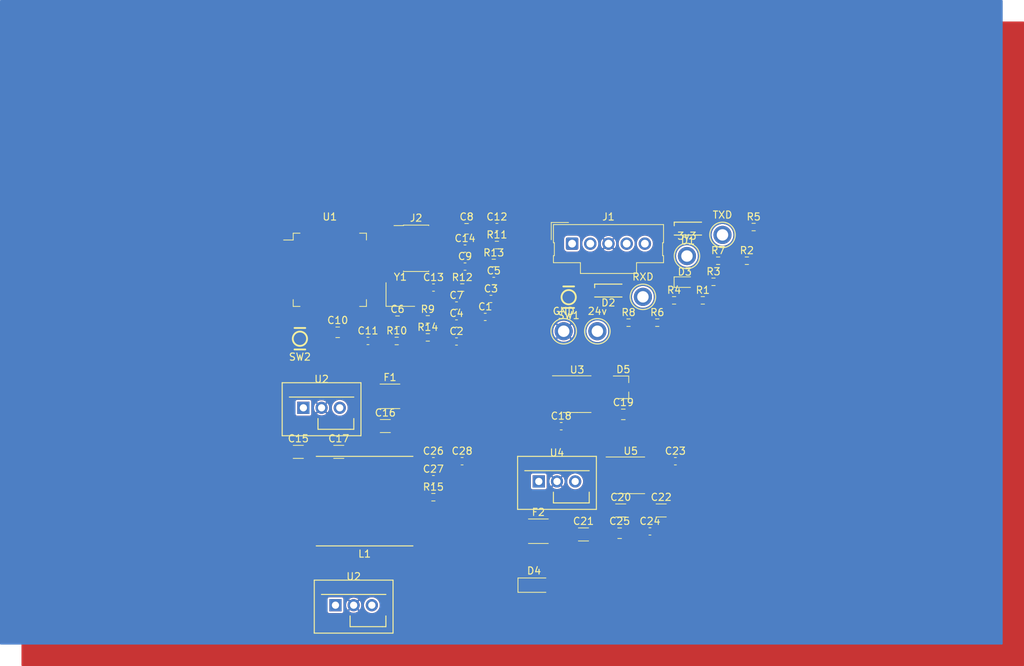
<source format=kicad_pcb>
(kicad_pcb (version 20171130) (host pcbnew "(5.1.10)-1")
  (layers (0 F.Cu signal) (1 In1.Cu power) (2 In2.Cu power) (31 B.Cu signal) (34 B.Paste user) (35 F.Paste user) (36 B.SilkS user) (37 F.SilkS user) (38 B.Mask user) (39 F.Mask user) (44 Edge.Cuts user))
  (net 0 "")
  (net 1 GND)
  (net 2 +3V3)
  (net 3 /Micro64/XTALOUT)
  (net 4 /Micro64/XTALIN)
  (net 5 /Micro64/~RESET~)
  (net 6 "Net-(D1-Pad2)")
  (net 7 "Net-(D1-Pad3)")
  (net 8 "Net-(D1-Pad4)")
  (net 9 "Net-(D2-Pad2)")
  (net 10 "Net-(D2-Pad3)")
  (net 11 "Net-(D2-Pad4)")
  (net 12 "Net-(D3-Pad1)")
  (net 13 /CAN/CanL)
  (net 14 /CAN/CanH)
  (net 15 +24V)
  (net 16 /Micro64/SWO)
  (net 17 /Micro64/SWCLK)
  (net 18 /Micro64/SWDIO)
  (net 19 /Micro64/ISP_0)
  (net 20 /Micro64/ISP_1)
  (net 21 /Micro64/PIO0_29/ACMP2_I3/SCT2_OUT4)
  (net 22 /Micro64/PIO0_28/ACMP1_I3)
  (net 23 /Micro64/PIO0_27/ACMP_I1)
  (net 24 /Micro64/PIO0_26/ACMP0_I3/SCT3_OUT3)
  (net 25 /Micro64/PIO0_25/ACMP0_I4)
  (net 26 /Micro64/PIO0_24/SCT0_OUT6)
  (net 27 /Micro64/PIO1_8/ACMP3_I3/SCT3_OUT4)
  (net 28 /Micro64/PIO1_7/ACMP3_I4)
  (net 29 /Micro64/PIO0_23/SDA)
  (net 30 /Micro64/PIO0_22/SCL)
  (net 31 /Micro64/USB_DM)
  (net 32 /Micro64/USB_DP)
  (net 33 /Micro64/PIO1_6/ACMP_I2)
  (net 34 /Micro64/RTCXOUT)
  (net 35 /Micro64/RTCXIN)
  (net 36 /Micro64/PIO0_17/WAKEUP/~TRST)
  (net 37 /Micro64/PIO0_15/ADC1_8)
  (net 38 /Micro64/PIO0_14/ADC1_7/SCT1_OUT5)
  (net 39 /Micro64/PIO0_13/ADC1_6)
  (net 40 /Micro64/PIO1_3/ADC1_5)
  (net 41 /Micro64/PIO1_2/ADC1_4)
  (net 42 /Micro64/PIO0_12/DAC_OUT)
  (net 43 /Micro64/PIO0_10/ADC1_2)
  (net 44 /Micro64/PIO0_18/SCT0_OUT5)
  (net 45 /Micro64/PIO0_9/ADC1_1/TDI)
  (net 46 /Micro64/PIO1_1/ADC1_0)
  (net 47 /Micro64/PIO0_8/ADC0_0/TDO)
  (net 48 /Micro64/PIO0_7/ADC0_1)
  (net 49 /Micro64/PIO0_6/ADC0_2/SCT2_OUT3)
  (net 50 /Micro64/PIO0_5/ADC0_3)
  (net 51 /Micro64/PIO0_4/ADC0_4)
  (net 52 /Micro64/PIO0_3/ADC0_5/SCT1_OUT4)
  (net 53 /Micro64/PIO0_2/ADC0_6/SCT1_OUT3)
  (net 54 /Micro64/PIO0_1/ADC0_7/SCT0_OUT4)
  (net 55 /Micro64/PIO1_0/ADC0_8)
  (net 56 /Micro64/PIO0_0/ADC0_10/SCT0_OUT3)
  (net 57 /Micro64/PIO0_30/ADC0_11)
  (net 58 "Net-(C15-Pad1)")
  (net 59 "Net-(J1-Pad1)")
  (net 60 "Net-(J2-Pad8)")
  (net 61 "Net-(J2-Pad7)")
  (net 62 /LED_RGB1_R)
  (net 63 /LED_RGB1_G)
  (net 64 /LED_RGB1_B)
  (net 65 /LED_RGB2_R)
  (net 66 /LED_RGB2_G)
  (net 67 /LED_RGB2_B)
  (net 68 /LED1)
  (net 69 /SW1)
  (net 70 "Net-(R12-Pad2)")
  (net 71 /CAN_TXD)
  (net 72 /CAN_RXD)
  (net 73 "Net-(U3-Pad5)")
  (net 74 "Net-(C20-Pad1)")
  (net 75 +5V)
  (net 76 "Net-(C24-Pad2)")
  (net 77 "Net-(C27-Pad2)")
  (net 78 +5VFiltered)
  (net 79 "Net-(Y1-Pad4)")
  (net 80 "Net-(Y1-Pad2)")
  (module Package_SO:SOIC-8_3.9x4.9mm_P1.27mm (layer F.Cu) (at 155.07 123.37)
    (fp_text reference U5 (at 0 -3.4) (layer F.SilkS))
    (fp_text value LT1763CS8-3.3)
    (pad 8 smd roundrect (at 2.475 -1.905) (size 1.95 0.6) (layers F.Cu F.Paste F.Mask) (net 75 +5V))
    (pad 7 smd roundrect (at 2.475 -0.635) (size 1.95 0.6) (layers F.Cu F.Paste F.Mask) (net 1 GND))
    (pad 6 smd roundrect (at 2.475 0.635) (size 1.95 0.6) (layers F.Cu F.Paste F.Mask) (net 1 GND))
    (pad 5 smd roundrect (at 2.475 1.905) (size 1.95 0.6) (layers F.Cu F.Paste F.Mask) (net 75 +5V))
    (pad 4 smd roundrect (at -2.475 1.905) (size 1.95 0.6) (layers F.Cu F.Paste F.Mask) (net 76 "Net-(C24-Pad2)"))
    (pad 3 smd roundrect (at -2.475 0.635) (size 1.95 0.6) (layers F.Cu F.Paste F.Mask) (net 1 GND))
    (pad 2 smd roundrect (at -2.475 -0.635) (size 1.95 0.6) (layers F.Cu F.Paste F.Mask) (net 2 +3V3))
    (pad 1 smd roundrect (at -2.475 -1.905) (size 1.95 0.6) (layers F.Cu F.Paste F.Mask) (net 2 +3V3))
  )
  (module layout:TI-SIP_3 (layer F.Cu) (at 144.77 124.22)
    (fp_text reference U4 (at 0 -4) (layer F.SilkS))
    (fp_text value TPSM84205)
    (pad 1 thru_hole rect (at -2.54 0) (size 1.71 1.71) (drill 1.01) (layers *.Cu *.Mask) (net 74 "Net-(C20-Pad1)"))
    (pad 2 thru_hole circle (at 0 0) (size 1.71 1.71) (drill 1.01) (layers *.Cu *.Mask) (net 1 GND))
    (pad 3 thru_hole circle (at 2.54 0) (size 1.71 1.71) (drill 1.01) (layers *.Cu *.Mask) (net 75 +5V))
  )
  (module layout:TI-SIP_3 (layer F.Cu) (at 116.38 141.5)
    (fp_text reference U2 (at 0 -4) (layer F.SilkS))
    (fp_text value TPSM84203)
    (pad 1 thru_hole rect (at -2.54 0) (size 1.71 1.71) (drill 1.01) (layers *.Cu *.Mask) (net 58 "Net-(C15-Pad1)"))
    (pad 2 thru_hole circle (at 0 0) (size 1.71 1.71) (drill 1.01) (layers *.Cu *.Mask) (net 1 GND))
    (pad 3 thru_hole circle (at 2.54 0) (size 1.71 1.71) (drill 1.01) (layers *.Cu *.Mask) (net 2 +3V3))
  )
  (module Resistor_SMD:R_0603_1608Metric (layer F.Cu) (at 127.51 126.42)
    (fp_text reference R15 (at 0 -1.43) (layer F.SilkS))
    (fp_text value 5)
    (pad 2 smd roundrect (at 0.825 0) (size 0.8 0.95) (layers F.Cu F.Paste F.Mask) (net 1 GND))
    (pad 1 smd roundrect (at -0.825 0) (size 0.8 0.95) (layers F.Cu F.Paste F.Mask) (net 77 "Net-(C27-Pad2)"))
  )
  (module layout:IND13.5mmx12.5mm (layer F.Cu) (at 117.904999 126.97)
    (fp_text reference L1 (at 0 7.366) (layer F.SilkS))
    (fp_text value 47u)
    (pad 2 smd rect (at 5.55 0) (size 3.1 5) (layers F.Cu F.Paste F.Mask) (net 78 +5VFiltered))
    (pad 1 smd rect (at -5.55 0) (size 3.1 5) (layers F.Cu F.Paste F.Mask) (net 75 +5V))
  )
  (module Fuse:Fuse_1812_4532Metric (layer F.Cu) (at 142.17 131.17)
    (fp_text reference F2 (at 0 -2.65) (layer F.SilkS))
    (fp_text value 0ZCG0050AF2C)
    (pad 2 smd roundrect (at 2.1375 0) (size 1.125 3.4) (layers F.Cu F.Paste F.Mask) (roundrect_rratio 0.222222) (net 74 "Net-(C20-Pad1)"))
    (pad 1 smd roundrect (at -2.1375 0) (size 1.125 3.4) (layers F.Cu F.Paste F.Mask) (roundrect_rratio 0.222222) (net 15 +24V))
  )
  (module Diode_SMD:D_SOD-123 (layer F.Cu) (at 141.57 138.7)
    (fp_text reference D4 (at 0 -2) (layer F.SilkS))
    (fp_text value 3.6V)
    (pad 2 smd rect (at 1.65 0) (size 0.9 1.2) (layers F.Cu F.Paste F.Mask) (net 1 GND))
    (pad 1 smd rect (at -1.65 0) (size 0.9 1.2) (layers F.Cu F.Paste F.Mask) (net 2 +3V3))
  )
  (module Capacitor_SMD:C_0603_1608Metric (layer F.Cu) (at 131.52 121.4)
    (fp_text reference C28 (at 0 -1.43) (layer F.SilkS))
    (fp_text value 1u)
    (pad 2 smd roundrect (at 0.775 0) (size 0.9 0.95) (layers F.Cu F.Paste F.Mask) (net 1 GND))
    (pad 1 smd roundrect (at -0.775 0) (size 0.9 0.95) (layers F.Cu F.Paste F.Mask) (net 78 +5VFiltered))
  )
  (module Capacitor_SMD:C_0603_1608Metric (layer F.Cu) (at 127.51 123.91)
    (fp_text reference C27 (at 0 -1.43) (layer F.SilkS))
    (fp_text value 2.2u)
    (pad 2 smd roundrect (at 0.775 0) (size 0.9 0.95) (layers F.Cu F.Paste F.Mask) (net 77 "Net-(C27-Pad2)"))
    (pad 1 smd roundrect (at -0.775 0) (size 0.9 0.95) (layers F.Cu F.Paste F.Mask) (net 78 +5VFiltered))
  )
  (module Capacitor_SMD:C_0603_1608Metric (layer F.Cu) (at 127.51 121.4)
    (fp_text reference C26 (at 0 -1.43) (layer F.SilkS))
    (fp_text value 1u)
    (pad 2 smd roundrect (at 0.775 0) (size 0.9 0.95) (layers F.Cu F.Paste F.Mask) (net 1 GND))
    (pad 1 smd roundrect (at -0.775 0) (size 0.9 0.95) (layers F.Cu F.Paste F.Mask) (net 75 +5V))
  )
  (module Capacitor_SMD:C_0805_2012Metric (layer F.Cu) (at 153.52 131.45)
    (fp_text reference C25 (at 0 -1.68) (layer F.SilkS))
    (fp_text value 10u)
    (pad 2 smd roundrect (at 0.95 0) (size 1 1.45) (layers F.Cu F.Paste F.Mask) (net 1 GND))
    (pad 1 smd roundrect (at -0.95 0) (size 1 1.45) (layers F.Cu F.Paste F.Mask) (net 2 +3V3))
  )
  (module Capacitor_SMD:C_0603_1608Metric (layer F.Cu) (at 157.75 131.2)
    (fp_text reference C24 (at 0 -1.43) (layer F.SilkS))
    (fp_text value 10n)
    (pad 2 smd roundrect (at 0.775 0) (size 0.9 0.95) (layers F.Cu F.Paste F.Mask) (net 76 "Net-(C24-Pad2)"))
    (pad 1 smd roundrect (at -0.775 0) (size 0.9 0.95) (layers F.Cu F.Paste F.Mask) (net 2 +3V3))
  )
  (module Capacitor_SMD:C_0603_1608Metric (layer F.Cu) (at 161.3 121.4)
    (fp_text reference C23 (at 0 -1.43) (layer F.SilkS))
    (fp_text value 1u)
    (pad 2 smd roundrect (at 0.775 0) (size 0.9 0.95) (layers F.Cu F.Paste F.Mask) (net 1 GND))
    (pad 1 smd roundrect (at -0.775 0) (size 0.9 0.95) (layers F.Cu F.Paste F.Mask) (net 75 +5V))
  )
  (module Capacitor_SMD:C_1206_3216Metric (layer F.Cu) (at 159.32 128.27)
    (fp_text reference C22 (at 0 -1.85) (layer F.SilkS))
    (fp_text value 47u)
    (pad 2 smd roundrect (at 1.475 0) (size 1.15 1.8) (layers F.Cu F.Paste F.Mask) (roundrect_rratio 0.217391) (net 1 GND))
    (pad 1 smd roundrect (at -1.475 0) (size 1.15 1.8) (layers F.Cu F.Paste F.Mask) (roundrect_rratio 0.217391) (net 75 +5V))
  )
  (module Capacitor_SMD:C_1206_3216Metric (layer F.Cu) (at 148.47 131.62)
    (fp_text reference C21 (at 0 -1.85) (layer F.SilkS))
    (fp_text value 47u)
    (pad 2 smd roundrect (at 1.475 0) (size 1.15 1.8) (layers F.Cu F.Paste F.Mask) (roundrect_rratio 0.217391) (net 1 GND))
    (pad 1 smd roundrect (at -1.475 0) (size 1.15 1.8) (layers F.Cu F.Paste F.Mask) (roundrect_rratio 0.217391) (net 75 +5V))
  )
  (module Capacitor_SMD:C_1206_3216Metric (layer F.Cu) (at 153.67 128.27)
    (fp_text reference C20 (at 0 -1.85) (layer F.SilkS))
    (fp_text value 10u)
    (pad 2 smd roundrect (at 1.475 0) (size 1.15 1.8) (layers F.Cu F.Paste F.Mask) (roundrect_rratio 0.217391) (net 1 GND))
    (pad 1 smd roundrect (at -1.475 0) (size 1.15 1.8) (layers F.Cu F.Paste F.Mask) (roundrect_rratio 0.217391) (net 74 "Net-(C20-Pad1)"))
  )
  (module Crystal:Crystal_SMD_TXC_7M-4Pin_3.2x2.5mm (layer F.Cu) (at 122.9 98.12)
    (fp_text reference Y1 (at 0 -2.45) (layer F.SilkS))
    (fp_text value 7V-12.000MAHE-T)
    (pad 4 smd rect (at -1.1 -0.85) (size 1.4 1.2) (layers F.Cu F.Paste F.Mask) (net 79 "Net-(Y1-Pad4)"))
    (pad 3 smd rect (at 1.1 -0.85) (size 1.4 1.2) (layers F.Cu F.Paste F.Mask) (net 4 /Micro64/XTALIN))
    (pad 2 smd rect (at 1.1 0.85) (size 1.4 1.2) (layers F.Cu F.Paste F.Mask) (net 80 "Net-(Y1-Pad2)"))
    (pad 1 smd rect (at -1.1 0.85) (size 1.4 1.2) (layers F.Cu F.Paste F.Mask) (net 3 /Micro64/XTALOUT))
  )
  (module Package_SO:SOIC-8_3.9x4.9mm_P1.27mm (layer F.Cu) (at 147.58 112.03)
    (fp_text reference U3 (at 0 -3.4) (layer F.SilkS))
    (fp_text value SN65HVD230)
    (pad 8 smd roundrect (at 2.475 -1.905) (size 1.95 0.6) (layers F.Cu F.Paste F.Mask) (net 1 GND))
    (pad 7 smd roundrect (at 2.475 -0.635) (size 1.95 0.6) (layers F.Cu F.Paste F.Mask) (net 14 /CAN/CanH))
    (pad 6 smd roundrect (at 2.475 0.635) (size 1.95 0.6) (layers F.Cu F.Paste F.Mask) (net 13 /CAN/CanL))
    (pad 5 smd roundrect (at 2.475 1.905) (size 1.95 0.6) (layers F.Cu F.Paste F.Mask) (net 73 "Net-(U3-Pad5)"))
    (pad 4 smd roundrect (at -2.475 1.905) (size 1.95 0.6) (layers F.Cu F.Paste F.Mask) (net 72 /CAN_RXD))
    (pad 3 smd roundrect (at -2.475 0.635) (size 1.95 0.6) (layers F.Cu F.Paste F.Mask) (net 2 +3V3))
    (pad 2 smd roundrect (at -2.475 -0.635) (size 1.95 0.6) (layers F.Cu F.Paste F.Mask) (net 1 GND))
    (pad 1 smd roundrect (at -2.475 -1.905) (size 1.95 0.6) (layers F.Cu F.Paste F.Mask) (net 71 /CAN_TXD))
  )
  (module layout:TI-SIP_3 (layer F.Cu) (at 111.9 113.94)
    (fp_text reference U2 (at 0 -4) (layer F.SilkS))
    (fp_text value TPSM84203)
    (pad 1 thru_hole rect (at -2.54 0) (size 1.71 1.71) (drill 1.01) (layers *.Cu *.Mask) (net 58 "Net-(C15-Pad1)"))
    (pad 2 thru_hole circle (at 0 0) (size 1.71 1.71) (drill 1.01) (layers *.Cu *.Mask) (net 1 GND))
    (pad 3 thru_hole circle (at 2.54 0) (size 1.71 1.71) (drill 1.01) (layers *.Cu *.Mask) (net 2 +3V3))
  )
  (module Package_QFP:LQFP-64_10x10mm_P0.5mm (layer F.Cu) (at 113.05 94.67)
    (fp_text reference U1 (at 0 -7.4) (layer F.SilkS))
    (fp_text value LPC1549JDB64)
    (pad 64 smd roundrect (at -3.75 -5.675) (size 0.3 1.55) (layers F.Cu F.Paste F.Mask) (net 21 /Micro64/PIO0_29/ACMP2_I3/SCT2_OUT4))
    (pad 63 smd roundrect (at -3.25 -5.675) (size 0.3 1.55) (layers F.Cu F.Paste F.Mask) (net 22 /Micro64/PIO0_28/ACMP1_I3))
    (pad 62 smd roundrect (at -2.75 -5.675) (size 0.3 1.55) (layers F.Cu F.Paste F.Mask) (net 23 /Micro64/PIO0_27/ACMP_I1))
    (pad 61 smd roundrect (at -2.25 -5.675) (size 0.3 1.55) (layers F.Cu F.Paste F.Mask) (net 24 /Micro64/PIO0_26/ACMP0_I3/SCT3_OUT3))
    (pad 60 smd roundrect (at -1.75 -5.675) (size 0.3 1.55) (layers F.Cu F.Paste F.Mask) (net 25 /Micro64/PIO0_25/ACMP0_I4))
    (pad 59 smd roundrect (at -1.25 -5.675) (size 0.3 1.55) (layers F.Cu F.Paste F.Mask) (net 16 /Micro64/SWO))
    (pad 58 smd roundrect (at -0.75 -5.675) (size 0.3 1.55) (layers F.Cu F.Paste F.Mask) (net 26 /Micro64/PIO0_24/SCT0_OUT6))
    (pad 57 smd roundrect (at -0.25 -5.675) (size 0.3 1.55) (layers F.Cu F.Paste F.Mask) (net 2 +3V3))
    (pad 56 smd roundrect (at 0.25 -5.675) (size 0.3 1.55) (layers F.Cu F.Paste F.Mask) (net 1 GND))
    (pad 55 smd roundrect (at 0.75 -5.675) (size 0.3 1.55) (layers F.Cu F.Paste F.Mask) (net 1 GND))
    (pad 54 smd roundrect (at 1.25 -5.675) (size 0.3 1.55) (layers F.Cu F.Paste F.Mask) (net 19 /Micro64/ISP_0))
    (pad 53 smd roundrect (at 1.75 -5.675) (size 0.3 1.55) (layers F.Cu F.Paste F.Mask) (net 27 /Micro64/PIO1_8/ACMP3_I3/SCT3_OUT4))
    (pad 52 smd roundrect (at 2.25 -5.675) (size 0.3 1.55) (layers F.Cu F.Paste F.Mask) (net 2 +3V3))
    (pad 51 smd roundrect (at 2.75 -5.675) (size 0.3 1.55) (layers F.Cu F.Paste F.Mask) (net 28 /Micro64/PIO1_7/ACMP3_I4))
    (pad 50 smd roundrect (at 3.25 -5.675) (size 0.3 1.55) (layers F.Cu F.Paste F.Mask) (net 29 /Micro64/PIO0_23/SDA))
    (pad 49 smd roundrect (at 3.75 -5.675) (size 0.3 1.55) (layers F.Cu F.Paste F.Mask) (net 30 /Micro64/PIO0_22/SCL))
    (pad 48 smd roundrect (at 5.675 -3.75) (size 1.55 0.3) (layers F.Cu F.Paste F.Mask) (net 31 /Micro64/USB_DM))
    (pad 47 smd roundrect (at 5.675 -3.25) (size 1.55 0.3) (layers F.Cu F.Paste F.Mask) (net 32 /Micro64/USB_DP))
    (pad 46 smd roundrect (at 5.675 -2.75) (size 1.55 0.3) (layers F.Cu F.Paste F.Mask) (net 33 /Micro64/PIO1_6/ACMP_I2))
    (pad 45 smd roundrect (at 5.675 -2.25) (size 1.55 0.3) (layers F.Cu F.Paste F.Mask) (net 5 /Micro64/~RESET~))
    (pad 44 smd roundrect (at 5.675 -1.75) (size 1.55 0.3) (layers F.Cu F.Paste F.Mask) (net 18 /Micro64/SWDIO))
    (pad 43 smd roundrect (at 5.675 -1.25) (size 1.55 0.3) (layers F.Cu F.Paste F.Mask) (net 34 /Micro64/RTCXOUT))
    (pad 42 smd roundrect (at 5.675 -0.75) (size 1.55 0.3) (layers F.Cu F.Paste F.Mask) (net 35 /Micro64/RTCXIN))
    (pad 41 smd roundrect (at 5.675 -0.25) (size 1.55 0.3) (layers F.Cu F.Paste F.Mask) (net 2 +3V3))
    (pad 40 smd roundrect (at 5.675 0.25) (size 1.55 0.3) (layers F.Cu F.Paste F.Mask) (net 17 /Micro64/SWCLK))
    (pad 39 smd roundrect (at 5.675 0.75) (size 1.55 0.3) (layers F.Cu F.Paste F.Mask) (net 36 /Micro64/PIO0_17/WAKEUP/~TRST))
    (pad 38 smd roundrect (at 5.675 1.25) (size 1.55 0.3) (layers F.Cu F.Paste F.Mask) (net 20 /Micro64/ISP_1))
    (pad 37 smd roundrect (at 5.675 1.75) (size 1.55 0.3) (layers F.Cu F.Paste F.Mask) (net 2 +3V3))
    (pad 36 smd roundrect (at 5.675 2.25) (size 1.55 0.3) (layers F.Cu F.Paste F.Mask) (net 4 /Micro64/XTALIN))
    (pad 35 smd roundrect (at 5.675 2.75) (size 1.55 0.3) (layers F.Cu F.Paste F.Mask) (net 3 /Micro64/XTALOUT))
    (pad 34 smd roundrect (at 5.675 3.25) (size 1.55 0.3) (layers F.Cu F.Paste F.Mask) (net 64 /LED_RGB1_B))
    (pad 33 smd roundrect (at 5.675 3.75) (size 1.55 0.3) (layers F.Cu F.Paste F.Mask) (net 63 /LED_RGB1_G))
    (pad 32 smd roundrect (at 3.75 5.675) (size 0.3 1.55) (layers F.Cu F.Paste F.Mask) (net 62 /LED_RGB1_R))
    (pad 31 smd roundrect (at 3.25 5.675) (size 0.3 1.55) (layers F.Cu F.Paste F.Mask) (net 37 /Micro64/PIO0_15/ADC1_8))
    (pad 30 smd roundrect (at 2.75 5.675) (size 0.3 1.55) (layers F.Cu F.Paste F.Mask) (net 38 /Micro64/PIO0_14/ADC1_7/SCT1_OUT5))
    (pad 29 smd roundrect (at 2.25 5.675) (size 0.3 1.55) (layers F.Cu F.Paste F.Mask) (net 39 /Micro64/PIO0_13/ADC1_6))
    (pad 28 smd roundrect (at 1.75 5.675) (size 0.3 1.55) (layers F.Cu F.Paste F.Mask) (net 40 /Micro64/PIO1_3/ADC1_5))
    (pad 27 smd roundrect (at 1.25 5.675) (size 0.3 1.55) (layers F.Cu F.Paste F.Mask) (net 1 GND))
    (pad 26 smd roundrect (at 0.75 5.675) (size 0.3 1.55) (layers F.Cu F.Paste F.Mask) (net 1 GND))
    (pad 25 smd roundrect (at 0.25 5.675) (size 0.3 1.55) (layers F.Cu F.Paste F.Mask) (net 41 /Micro64/PIO1_2/ADC1_4))
    (pad 24 smd roundrect (at -0.25 5.675) (size 0.3 1.55) (layers F.Cu F.Paste F.Mask) (net 42 /Micro64/PIO0_12/DAC_OUT))
    (pad 23 smd roundrect (at -0.75 5.675) (size 0.3 1.55) (layers F.Cu F.Paste F.Mask) (net 72 /CAN_RXD))
    (pad 22 smd roundrect (at -1.25 5.675) (size 0.3 1.55) (layers F.Cu F.Paste F.Mask) (net 2 +3V3))
    (pad 21 smd roundrect (at -1.75 5.675) (size 0.3 1.55) (layers F.Cu F.Paste F.Mask) (net 1 GND))
    (pad 20 smd roundrect (at -2.25 5.675) (size 0.3 1.55) (layers F.Cu F.Paste F.Mask) (net 2 +3V3))
    (pad 19 smd roundrect (at -2.75 5.675) (size 0.3 1.55) (layers F.Cu F.Paste F.Mask) (net 43 /Micro64/PIO0_10/ADC1_2))
    (pad 18 smd roundrect (at -3.25 5.675) (size 0.3 1.55) (layers F.Cu F.Paste F.Mask) (net 2 +3V3))
    (pad 17 smd roundrect (at -3.75 5.675) (size 0.3 1.55) (layers F.Cu F.Paste F.Mask) (net 44 /Micro64/PIO0_18/SCT0_OUT5))
    (pad 16 smd roundrect (at -5.675 3.75) (size 1.55 0.3) (layers F.Cu F.Paste F.Mask) (net 45 /Micro64/PIO0_9/ADC1_1/TDI))
    (pad 15 smd roundrect (at -5.675 3.25) (size 1.55 0.3) (layers F.Cu F.Paste F.Mask) (net 46 /Micro64/PIO1_1/ADC1_0))
    (pad 14 smd roundrect (at -5.675 2.75) (size 1.55 0.3) (layers F.Cu F.Paste F.Mask) (net 1 GND))
    (pad 13 smd roundrect (at -5.675 2.25) (size 1.55 0.3) (layers F.Cu F.Paste F.Mask) (net 2 +3V3))
    (pad 12 smd roundrect (at -5.675 1.75) (size 1.55 0.3) (layers F.Cu F.Paste F.Mask) (net 47 /Micro64/PIO0_8/ADC0_0/TDO))
    (pad 11 smd roundrect (at -5.675 1.25) (size 1.55 0.3) (layers F.Cu F.Paste F.Mask) (net 48 /Micro64/PIO0_7/ADC0_1))
    (pad 10 smd roundrect (at -5.675 0.75) (size 1.55 0.3) (layers F.Cu F.Paste F.Mask) (net 49 /Micro64/PIO0_6/ADC0_2/SCT2_OUT3))
    (pad 9 smd roundrect (at -5.675 0.25) (size 1.55 0.3) (layers F.Cu F.Paste F.Mask) (net 50 /Micro64/PIO0_5/ADC0_3))
    (pad 8 smd roundrect (at -5.675 -0.25) (size 1.55 0.3) (layers F.Cu F.Paste F.Mask) (net 51 /Micro64/PIO0_4/ADC0_4))
    (pad 7 smd roundrect (at -5.675 -0.75) (size 1.55 0.3) (layers F.Cu F.Paste F.Mask) (net 52 /Micro64/PIO0_3/ADC0_5/SCT1_OUT4))
    (pad 6 smd roundrect (at -5.675 -1.25) (size 1.55 0.3) (layers F.Cu F.Paste F.Mask) (net 53 /Micro64/PIO0_2/ADC0_6/SCT1_OUT3))
    (pad 5 smd roundrect (at -5.675 -1.75) (size 1.55 0.3) (layers F.Cu F.Paste F.Mask) (net 54 /Micro64/PIO0_1/ADC0_7/SCT0_OUT4))
    (pad 4 smd roundrect (at -5.675 -2.25) (size 1.55 0.3) (layers F.Cu F.Paste F.Mask) (net 55 /Micro64/PIO1_0/ADC0_8))
    (pad 3 smd roundrect (at -5.675 -2.75) (size 1.55 0.3) (layers F.Cu F.Paste F.Mask) (net 71 /CAN_TXD))
    (pad 2 smd roundrect (at -5.675 -3.25) (size 1.55 0.3) (layers F.Cu F.Paste F.Mask) (net 56 /Micro64/PIO0_0/ADC0_10/SCT0_OUT3))
    (pad 1 smd roundrect (at -5.675 -3.75) (size 1.55 0.3) (layers F.Cu F.Paste F.Mask) (net 57 /Micro64/PIO0_30/ADC0_11))
  )
  (module layout:1.6MM_TestPoint (layer F.Cu) (at 145.708 103.248)
    (fp_text reference TP5 hide)
    (fp_text value GND (at 0 -2.794) (layer F.SilkS))
    (pad 1 thru_hole circle (at 0 0) (size 2.54 2.54) (drill 1.6002) (layers *.Cu *.Mask) (net 1 GND))
  )
  (module layout:1.6MM_TestPoint (layer F.Cu) (at 162.918 92.748)
    (fp_text reference TP4 hide)
    (fp_text value 3v3 (at 0 -2.794) (layer F.SilkS))
    (pad 1 thru_hole circle (at 0 0) (size 2.54 2.54) (drill 1.6002) (layers *.Cu *.Mask) (net 2 +3V3))
  )
  (module layout:1.6MM_TestPoint (layer F.Cu) (at 150.408 103.248)
    (fp_text reference TP3 hide)
    (fp_text value 24v (at 0 -2.794) (layer F.SilkS))
    (pad 1 thru_hole circle (at 0 0) (size 2.54 2.54) (drill 1.6002) (layers *.Cu *.Mask) (net 15 +24V))
  )
  (module layout:1.6MM_TestPoint (layer F.Cu) (at 156.768 98.448)
    (fp_text reference TP2 hide)
    (fp_text value RXD (at 0 -2.794) (layer F.SilkS))
    (pad 1 thru_hole circle (at 0 0) (size 2.54 2.54) (drill 1.6002) (layers *.Cu *.Mask) (net 72 /CAN_RXD))
  )
  (module layout:1.6MM_TestPoint (layer F.Cu) (at 167.878 89.798)
    (fp_text reference TP1 hide)
    (fp_text value TXD (at 0 -2.794) (layer F.SilkS))
    (pad 1 thru_hole circle (at 0 0) (size 2.54 2.54) (drill 1.6002) (layers *.Cu *.Mask) (net 71 /CAN_TXD))
  )
  (module layout:PTS820 (layer F.Cu) (at 108.874999 104.294999)
    (fp_text reference SW2 (at 0 2.54) (layer F.SilkS))
    (fp_text value PTS820)
    (pad 4 smd rect (at 1.575 -1.525) (size 1.15 0.75) (layers F.Cu F.Paste F.Mask))
    (pad 3 smd rect (at -1.575 -1.525) (size 1.15 0.75) (layers F.Cu F.Paste F.Mask))
    (pad 5 smd rect (at -1.575 1.525) (size 1.15 0.75) (layers F.Cu F.Paste F.Mask))
    (pad 6 smd rect (at 1.575 1.525) (size 1.15 0.75) (layers F.Cu F.Paste F.Mask))
    (pad 2 smd rect (at 2.075 0) (size 0.95 1.4) (layers F.Cu F.Paste F.Mask) (net 70 "Net-(R12-Pad2)"))
    (pad 1 smd rect (at -2.075 0) (size 0.95 1.4) (layers F.Cu F.Paste F.Mask) (net 1 GND))
  )
  (module layout:PTS820 (layer F.Cu) (at 146.404999 98.494999)
    (fp_text reference SW1 (at 0 2.54) (layer F.SilkS))
    (fp_text value PTS820)
    (pad 4 smd rect (at 1.575 -1.525) (size 1.15 0.75) (layers F.Cu F.Paste F.Mask))
    (pad 3 smd rect (at -1.575 -1.525) (size 1.15 0.75) (layers F.Cu F.Paste F.Mask))
    (pad 5 smd rect (at -1.575 1.525) (size 1.15 0.75) (layers F.Cu F.Paste F.Mask))
    (pad 6 smd rect (at 1.575 1.525) (size 1.15 0.75) (layers F.Cu F.Paste F.Mask))
    (pad 2 smd rect (at 2.075 0) (size 0.95 1.4) (layers F.Cu F.Paste F.Mask) (net 1 GND))
    (pad 1 smd rect (at -2.075 0) (size 0.95 1.4) (layers F.Cu F.Paste F.Mask) (net 69 /SW1))
  )
  (module Resistor_SMD:R_0603_1608Metric (layer F.Cu) (at 126.73 104.11)
    (fp_text reference R14 (at 0 -1.43) (layer F.SilkS))
    (fp_text value 100K)
    (pad 2 smd roundrect (at 0.825 0) (size 0.8 0.95) (layers F.Cu F.Paste F.Mask) (net 18 /Micro64/SWDIO))
    (pad 1 smd roundrect (at -0.825 0) (size 0.8 0.95) (layers F.Cu F.Paste F.Mask) (net 2 +3V3))
  )
  (module Resistor_SMD:R_0603_1608Metric (layer F.Cu) (at 135.94 93.72)
    (fp_text reference R13 (at 0 -1.43) (layer F.SilkS))
    (fp_text value 100K)
    (pad 2 smd roundrect (at 0.825 0) (size 0.8 0.95) (layers F.Cu F.Paste F.Mask) (net 17 /Micro64/SWCLK))
    (pad 1 smd roundrect (at -0.825 0) (size 0.8 0.95) (layers F.Cu F.Paste F.Mask) (net 1 GND))
  )
  (module Resistor_SMD:R_0603_1608Metric (layer F.Cu) (at 131.54 97.15)
    (fp_text reference R12 (at 0 -1.43) (layer F.SilkS))
    (fp_text value 1K)
    (pad 2 smd roundrect (at 0.825 0) (size 0.8 0.95) (layers F.Cu F.Paste F.Mask) (net 70 "Net-(R12-Pad2)"))
    (pad 1 smd roundrect (at -0.825 0) (size 0.8 0.95) (layers F.Cu F.Paste F.Mask) (net 5 /Micro64/~RESET~))
  )
  (module Resistor_SMD:R_0603_1608Metric (layer F.Cu) (at 136.38 91.21)
    (fp_text reference R11 (at 0 -1.43) (layer F.SilkS))
    (fp_text value 100K)
    (pad 2 smd roundrect (at 0.825 0) (size 0.8 0.95) (layers F.Cu F.Paste F.Mask) (net 5 /Micro64/~RESET~))
    (pad 1 smd roundrect (at -0.825 0) (size 0.8 0.95) (layers F.Cu F.Paste F.Mask) (net 2 +3V3))
  )
  (module Resistor_SMD:R_0603_1608Metric (layer F.Cu) (at 122.39 104.61)
    (fp_text reference R10 (at 0 -1.43) (layer F.SilkS))
    (fp_text value 100K)
    (pad 2 smd roundrect (at 0.825 0) (size 0.8 0.95) (layers F.Cu F.Paste F.Mask) (net 20 /Micro64/ISP_1))
    (pad 1 smd roundrect (at -0.825 0) (size 0.8 0.95) (layers F.Cu F.Paste F.Mask) (net 2 +3V3))
  )
  (module Resistor_SMD:R_0603_1608Metric (layer F.Cu) (at 126.73 101.6)
    (fp_text reference R9 (at 0 -1.43) (layer F.SilkS))
    (fp_text value 100K)
    (pad 2 smd roundrect (at 0.825 0) (size 0.8 0.95) (layers F.Cu F.Paste F.Mask) (net 2 +3V3))
    (pad 1 smd roundrect (at -0.825 0) (size 0.8 0.95) (layers F.Cu F.Paste F.Mask) (net 19 /Micro64/ISP_0))
  )
  (module Resistor_SMD:R_0603_1608Metric (layer F.Cu) (at 154.76 102.05)
    (fp_text reference R8 (at 0 -1.43) (layer F.SilkS))
    (fp_text value 100k)
    (pad 2 smd roundrect (at 0.825 0) (size 0.8 0.95) (layers F.Cu F.Paste F.Mask) (net 2 +3V3))
    (pad 1 smd roundrect (at -0.825 0) (size 0.8 0.95) (layers F.Cu F.Paste F.Mask) (net 69 /SW1))
  )
  (module Resistor_SMD:R_0603_1608Metric (layer F.Cu) (at 167.27 93.4)
    (fp_text reference R7 (at 0 -1.43) (layer F.SilkS))
    (fp_text value 1k)
    (pad 2 smd roundrect (at 0.825 0) (size 0.8 0.95) (layers F.Cu F.Paste F.Mask) (net 68 /LED1))
    (pad 1 smd roundrect (at -0.825 0) (size 0.8 0.95) (layers F.Cu F.Paste F.Mask) (net 12 "Net-(D3-Pad1)"))
  )
  (module Resistor_SMD:R_0603_1608Metric (layer F.Cu) (at 158.77 102.05)
    (fp_text reference R6 (at 0 -1.43) (layer F.SilkS))
    (fp_text value 1k)
    (pad 2 smd roundrect (at 0.825 0) (size 0.8 0.95) (layers F.Cu F.Paste F.Mask) (net 67 /LED_RGB2_B))
    (pad 1 smd roundrect (at -0.825 0) (size 0.8 0.95) (layers F.Cu F.Paste F.Mask) (net 9 "Net-(D2-Pad2)"))
  )
  (module Resistor_SMD:R_0603_1608Metric (layer F.Cu) (at 172.23 88.7)
    (fp_text reference R5 (at 0 -1.43) (layer F.SilkS))
    (fp_text value 1k)
    (pad 2 smd roundrect (at 0.825 0) (size 0.8 0.95) (layers F.Cu F.Paste F.Mask) (net 66 /LED_RGB2_G))
    (pad 1 smd roundrect (at -0.825 0) (size 0.8 0.95) (layers F.Cu F.Paste F.Mask) (net 10 "Net-(D2-Pad3)"))
  )
  (module Resistor_SMD:R_0603_1608Metric (layer F.Cu) (at 161.12 98.94)
    (fp_text reference R4 (at 0 -1.43) (layer F.SilkS))
    (fp_text value 1k)
    (pad 2 smd roundrect (at 0.825 0) (size 0.8 0.95) (layers F.Cu F.Paste F.Mask) (net 65 /LED_RGB2_R))
    (pad 1 smd roundrect (at -0.825 0) (size 0.8 0.95) (layers F.Cu F.Paste F.Mask) (net 11 "Net-(D2-Pad4)"))
  )
  (module Resistor_SMD:R_0603_1608Metric (layer F.Cu) (at 166.62 96.35)
    (fp_text reference R3 (at 0 -1.43) (layer F.SilkS))
    (fp_text value 1k)
    (pad 2 smd roundrect (at 0.825 0) (size 0.8 0.95) (layers F.Cu F.Paste F.Mask) (net 64 /LED_RGB1_B))
    (pad 1 smd roundrect (at -0.825 0) (size 0.8 0.95) (layers F.Cu F.Paste F.Mask) (net 6 "Net-(D1-Pad2)"))
  )
  (module Resistor_SMD:R_0603_1608Metric (layer F.Cu) (at 171.28 93.4)
    (fp_text reference R2 (at 0 -1.43) (layer F.SilkS))
    (fp_text value 1k)
    (pad 2 smd roundrect (at 0.825 0) (size 0.8 0.95) (layers F.Cu F.Paste F.Mask) (net 63 /LED_RGB1_G))
    (pad 1 smd roundrect (at -0.825 0) (size 0.8 0.95) (layers F.Cu F.Paste F.Mask) (net 7 "Net-(D1-Pad3)"))
  )
  (module Resistor_SMD:R_0603_1608Metric (layer F.Cu) (at 165.13 98.94)
    (fp_text reference R1 (at 0 -1.43) (layer F.SilkS))
    (fp_text value 1k)
    (pad 2 smd roundrect (at 0.825 0) (size 0.8 0.95) (layers F.Cu F.Paste F.Mask) (net 62 /LED_RGB1_R))
    (pad 1 smd roundrect (at -0.825 0) (size 0.8 0.95) (layers F.Cu F.Paste F.Mask) (net 8 "Net-(D1-Pad4)"))
  )
  (module Connector_PinHeader_1.27mm:PinHeader_2x05_P1.27mm_Vertical_SMD (layer F.Cu) (at 125.1 91.67)
    (fp_text reference J2 (at 0 -4.235) (layer F.SilkS))
    (fp_text value SWD)
    (pad 10 smd rect (at 1.95 2.54) (size 2.4 0.74) (layers F.Cu F.Paste F.Mask) (net 5 /Micro64/~RESET~))
    (pad 9 smd rect (at -1.95 2.54) (size 2.4 0.74) (layers F.Cu F.Paste F.Mask) (net 1 GND))
    (pad 8 smd rect (at 1.95 1.27) (size 2.4 0.74) (layers F.Cu F.Paste F.Mask) (net 60 "Net-(J2-Pad8)"))
    (pad 7 smd rect (at -1.95 1.27) (size 2.4 0.74) (layers F.Cu F.Paste F.Mask) (net 61 "Net-(J2-Pad7)"))
    (pad 6 smd rect (at 1.95 0) (size 2.4 0.74) (layers F.Cu F.Paste F.Mask) (net 16 /Micro64/SWO))
    (pad 5 smd rect (at -1.95 0) (size 2.4 0.74) (layers F.Cu F.Paste F.Mask) (net 1 GND))
    (pad 4 smd rect (at 1.95 -1.27) (size 2.4 0.74) (layers F.Cu F.Paste F.Mask) (net 17 /Micro64/SWCLK))
    (pad 3 smd rect (at -1.95 -1.27) (size 2.4 0.74) (layers F.Cu F.Paste F.Mask) (net 1 GND))
    (pad 2 smd rect (at 1.95 -2.54) (size 2.4 0.74) (layers F.Cu F.Paste F.Mask) (net 18 /Micro64/SWDIO))
    (pad 1 smd rect (at -1.95 -2.54) (size 2.4 0.74) (layers F.Cu F.Paste F.Mask) (net 2 +3V3))
  )
  (module Connector_Molex:Molex_SL_171971-0005_1x05_P2.54mm_Vertical (layer F.Cu) (at 146.88 91.02)
    (fp_text reference J1 (at 5.08 -3.75) (layer F.SilkS))
    (fp_text value CAN)
    (pad 5 thru_hole circle (at 10.16 0) (size 1.74 1.74) (drill 1.09) (layers *.Cu *.Mask) (net 13 /CAN/CanL))
    (pad 4 thru_hole circle (at 7.62 0) (size 1.74 1.74) (drill 1.09) (layers *.Cu *.Mask) (net 14 /CAN/CanH))
    (pad 3 thru_hole circle (at 5.08 0) (size 1.74 1.74) (drill 1.09) (layers *.Cu *.Mask) (net 1 GND))
    (pad 2 thru_hole circle (at 2.54 0) (size 1.74 1.74) (drill 1.09) (layers *.Cu *.Mask) (net 15 +24V))
    (pad 1 thru_hole roundrect (at 0 0) (size 1.74 1.74) (drill 1.09) (layers *.Cu *.Mask) (roundrect_rratio 0.143678) (net 59 "Net-(J1-Pad1)"))
  )
  (module Fuse:Fuse_1812_4532Metric (layer F.Cu) (at 121.45 112.34)
    (fp_text reference F1 (at 0 -2.65) (layer F.SilkS))
    (fp_text value 0ZCG0050AF2C)
    (pad 2 smd roundrect (at 2.1375 0) (size 1.125 3.4) (layers F.Cu F.Paste F.Mask) (roundrect_rratio 0.222222) (net 15 +24V))
    (pad 1 smd roundrect (at -2.1375 0) (size 1.125 3.4) (layers F.Cu F.Paste F.Mask) (roundrect_rratio 0.222222) (net 58 "Net-(C15-Pad1)"))
  )
  (module Package_TO_SOT_SMD:SOT-23 (layer F.Cu) (at 154.03 111.08)
    (fp_text reference D5 (at 0 -2.5) (layer F.SilkS))
    (fp_text value PESD1CAN)
    (pad 3 smd rect (at 1 0) (size 0.9 0.8) (layers F.Cu F.Paste F.Mask) (net 1 GND))
    (pad 2 smd rect (at -1 0.95) (size 0.9 0.8) (layers F.Cu F.Paste F.Mask) (net 13 /CAN/CanL))
    (pad 1 smd rect (at -1 -0.95) (size 0.9 0.8) (layers F.Cu F.Paste F.Mask) (net 14 /CAN/CanH))
  )
  (module LED_SMD:LED_0603_1608Metric (layer F.Cu) (at 162.61 96.39)
    (fp_text reference D3 (at 0 -1.43) (layer F.SilkS))
    (fp_text value LED)
    (pad 2 smd roundrect (at 0.7875 0) (size 0.875 0.95) (layers F.Cu F.Paste F.Mask) (net 2 +3V3))
    (pad 1 smd roundrect (at -0.7875 0) (size 0.875 0.95) (layers F.Cu F.Paste F.Mask) (net 12 "Net-(D3-Pad1)"))
  )
  (module layout:LED_RGB_0606 (layer F.Cu) (at 151.938 97.57)
    (fp_text reference D2 (at 0 1.7) (layer F.SilkS))
    (fp_text value LED_ABGR)
    (pad 1 smd rect (at -1.054 -0.45) (size 1.308 0.5) (layers F.Cu F.Paste F.Mask) (net 2 +3V3))
    (pad 2 smd rect (at -1.054 0.45) (size 1.308 0.5) (layers F.Cu F.Paste F.Mask) (net 9 "Net-(D2-Pad2)"))
    (pad 3 smd rect (at 1.054 0.45) (size 1.308 0.5) (layers F.Cu F.Paste F.Mask) (net 10 "Net-(D2-Pad3)"))
    (pad 4 smd rect (at 1.054 -0.45) (size 1.308 0.5) (layers F.Cu F.Paste F.Mask) (net 11 "Net-(D2-Pad4)"))
  )
  (module layout:LED_RGB_0606 (layer F.Cu) (at 163.048 88.92)
    (fp_text reference D1 (at 0 1.7) (layer F.SilkS))
    (fp_text value LED_ABGR)
    (pad 1 smd rect (at -1.054 -0.45) (size 1.308 0.5) (layers F.Cu F.Paste F.Mask) (net 2 +3V3))
    (pad 2 smd rect (at -1.054 0.45) (size 1.308 0.5) (layers F.Cu F.Paste F.Mask) (net 6 "Net-(D1-Pad2)"))
    (pad 3 smd rect (at 1.054 0.45) (size 1.308 0.5) (layers F.Cu F.Paste F.Mask) (net 7 "Net-(D1-Pad3)"))
    (pad 4 smd rect (at 1.054 -0.45) (size 1.308 0.5) (layers F.Cu F.Paste F.Mask) (net 8 "Net-(D1-Pad4)"))
  )
  (module Capacitor_SMD:C_0805_2012Metric (layer F.Cu) (at 154.03 114.86)
    (fp_text reference C19 (at 0 -1.68) (layer F.SilkS))
    (fp_text value DNP)
    (pad 2 smd roundrect (at 0.95 0) (size 1 1.45) (layers F.Cu F.Paste F.Mask) (net 1 GND))
    (pad 1 smd roundrect (at -0.95 0) (size 1 1.45) (layers F.Cu F.Paste F.Mask) (net 2 +3V3))
  )
  (module Capacitor_SMD:C_0603_1608Metric (layer F.Cu) (at 145.36 116.51)
    (fp_text reference C18 (at 0 -1.43) (layer F.SilkS))
    (fp_text value 100n)
    (pad 2 smd roundrect (at 0.775 0) (size 0.9 0.95) (layers F.Cu F.Paste F.Mask) (net 1 GND))
    (pad 1 smd roundrect (at -0.775 0) (size 0.9 0.95) (layers F.Cu F.Paste F.Mask) (net 2 +3V3))
  )
  (module Capacitor_SMD:C_1206_3216Metric (layer F.Cu) (at 114.3 120.09)
    (fp_text reference C17 (at 0 -1.85) (layer F.SilkS))
    (fp_text value 47u)
    (pad 2 smd roundrect (at 1.475 0) (size 1.15 1.8) (layers F.Cu F.Paste F.Mask) (roundrect_rratio 0.217391) (net 1 GND))
    (pad 1 smd roundrect (at -1.475 0) (size 1.15 1.8) (layers F.Cu F.Paste F.Mask) (roundrect_rratio 0.217391) (net 2 +3V3))
  )
  (module Capacitor_SMD:C_1206_3216Metric (layer F.Cu) (at 120.8 116.49)
    (fp_text reference C16 (at 0 -1.85) (layer F.SilkS))
    (fp_text value 47u)
    (pad 2 smd roundrect (at 1.475 0) (size 1.15 1.8) (layers F.Cu F.Paste F.Mask) (roundrect_rratio 0.217391) (net 1 GND))
    (pad 1 smd roundrect (at -1.475 0) (size 1.15 1.8) (layers F.Cu F.Paste F.Mask) (roundrect_rratio 0.217391) (net 2 +3V3))
  )
  (module Capacitor_SMD:C_1206_3216Metric (layer F.Cu) (at 108.65 120.09)
    (fp_text reference C15 (at 0 -1.85) (layer F.SilkS))
    (fp_text value 10u)
    (pad 2 smd roundrect (at 1.475 0) (size 1.15 1.8) (layers F.Cu F.Paste F.Mask) (roundrect_rratio 0.217391) (net 1 GND))
    (pad 1 smd roundrect (at -1.475 0) (size 1.15 1.8) (layers F.Cu F.Paste F.Mask) (roundrect_rratio 0.217391) (net 58 "Net-(C15-Pad1)"))
  )
  (module Capacitor_SMD:C_0603_1608Metric (layer F.Cu) (at 131.93 91.71)
    (fp_text reference C14 (at 0 -1.43) (layer F.SilkS))
    (fp_text value 18p)
    (pad 2 smd roundrect (at 0.775 0) (size 0.9 0.95) (layers F.Cu F.Paste F.Mask) (net 1 GND))
    (pad 1 smd roundrect (at -0.775 0) (size 0.9 0.95) (layers F.Cu F.Paste F.Mask) (net 4 /Micro64/XTALIN))
  )
  (module Capacitor_SMD:C_0603_1608Metric (layer F.Cu) (at 127.53 97.15)
    (fp_text reference C13 (at 0 -1.43) (layer F.SilkS))
    (fp_text value 100n)
    (pad 2 smd roundrect (at 0.775 0) (size 0.9 0.95) (layers F.Cu F.Paste F.Mask) (net 1 GND))
    (pad 1 smd roundrect (at -0.775 0) (size 0.9 0.95) (layers F.Cu F.Paste F.Mask) (net 5 /Micro64/~RESET~))
  )
  (module Capacitor_SMD:C_0603_1608Metric (layer F.Cu) (at 136.38 88.7)
    (fp_text reference C12 (at 0 -1.43) (layer F.SilkS))
    (fp_text value 18p)
    (pad 2 smd roundrect (at 0.775 0) (size 0.9 0.95) (layers F.Cu F.Paste F.Mask) (net 1 GND))
    (pad 1 smd roundrect (at -0.775 0) (size 0.9 0.95) (layers F.Cu F.Paste F.Mask) (net 3 /Micro64/XTALOUT))
  )
  (module Capacitor_SMD:C_0603_1608Metric (layer F.Cu) (at 118.38 104.61)
    (fp_text reference C11 (at 0 -1.43) (layer F.SilkS))
    (fp_text value 100n)
    (pad 2 smd roundrect (at 0.775 0) (size 0.9 0.95) (layers F.Cu F.Paste F.Mask) (net 1 GND))
    (pad 1 smd roundrect (at -0.775 0) (size 0.9 0.95) (layers F.Cu F.Paste F.Mask) (net 2 +3V3))
  )
  (module Capacitor_SMD:C_0805_2012Metric (layer F.Cu) (at 114.15 103.4)
    (fp_text reference C10 (at 0 -1.68) (layer F.SilkS))
    (fp_text value 10u)
    (pad 2 smd roundrect (at 0.95 0) (size 1 1.45) (layers F.Cu F.Paste F.Mask) (net 1 GND))
    (pad 1 smd roundrect (at -0.95 0) (size 1 1.45) (layers F.Cu F.Paste F.Mask) (net 2 +3V3))
  )
  (module Capacitor_SMD:C_0603_1608Metric (layer F.Cu) (at 131.93 94.22)
    (fp_text reference C9 (at 0 -1.43) (layer F.SilkS))
    (fp_text value 100n)
    (pad 2 smd roundrect (at 0.775 0) (size 0.9 0.95) (layers F.Cu F.Paste F.Mask) (net 1 GND))
    (pad 1 smd roundrect (at -0.775 0) (size 0.9 0.95) (layers F.Cu F.Paste F.Mask) (net 2 +3V3))
  )
  (module Capacitor_SMD:C_0805_2012Metric (layer F.Cu) (at 132.15 88.95)
    (fp_text reference C8 (at 0 -1.68) (layer F.SilkS))
    (fp_text value 10u)
    (pad 2 smd roundrect (at 0.95 0) (size 1 1.45) (layers F.Cu F.Paste F.Mask) (net 1 GND))
    (pad 1 smd roundrect (at -0.95 0) (size 1 1.45) (layers F.Cu F.Paste F.Mask) (net 2 +3V3))
  )
  (module Capacitor_SMD:C_0603_1608Metric (layer F.Cu) (at 130.74 99.66)
    (fp_text reference C7 (at 0 -1.43) (layer F.SilkS))
    (fp_text value 100n)
    (pad 2 smd roundrect (at 0.775 0) (size 0.9 0.95) (layers F.Cu F.Paste F.Mask) (net 1 GND))
    (pad 1 smd roundrect (at -0.775 0) (size 0.9 0.95) (layers F.Cu F.Paste F.Mask) (net 2 +3V3))
  )
  (module Capacitor_SMD:C_0805_2012Metric (layer F.Cu) (at 122.5 101.85)
    (fp_text reference C6 (at 0 -1.68) (layer F.SilkS))
    (fp_text value 10u)
    (pad 2 smd roundrect (at 0.95 0) (size 1 1.45) (layers F.Cu F.Paste F.Mask) (net 1 GND))
    (pad 1 smd roundrect (at -0.95 0) (size 1 1.45) (layers F.Cu F.Paste F.Mask) (net 2 +3V3))
  )
  (module Capacitor_SMD:C_0603_1608Metric (layer F.Cu) (at 135.94 96.23)
    (fp_text reference C5 (at 0 -1.43) (layer F.SilkS))
    (fp_text value 100n)
    (pad 2 smd roundrect (at 0.775 0) (size 0.9 0.95) (layers F.Cu F.Paste F.Mask) (net 1 GND))
    (pad 1 smd roundrect (at -0.775 0) (size 0.9 0.95) (layers F.Cu F.Paste F.Mask) (net 2 +3V3))
  )
  (module Capacitor_SMD:C_0603_1608Metric (layer F.Cu) (at 130.74 102.17)
    (fp_text reference C4 (at 0 -1.43) (layer F.SilkS))
    (fp_text value 100n)
    (pad 2 smd roundrect (at 0.775 0) (size 0.9 0.95) (layers F.Cu F.Paste F.Mask) (net 1 GND))
    (pad 1 smd roundrect (at -0.775 0) (size 0.9 0.95) (layers F.Cu F.Paste F.Mask) (net 2 +3V3))
  )
  (module Capacitor_SMD:C_0603_1608Metric (layer F.Cu) (at 135.55 98.74)
    (fp_text reference C3 (at 0 -1.43) (layer F.SilkS))
    (fp_text value 100n)
    (pad 2 smd roundrect (at 0.775 0) (size 0.9 0.95) (layers F.Cu F.Paste F.Mask) (net 1 GND))
    (pad 1 smd roundrect (at -0.775 0) (size 0.9 0.95) (layers F.Cu F.Paste F.Mask) (net 2 +3V3))
  )
  (module Capacitor_SMD:C_0603_1608Metric (layer F.Cu) (at 130.74 104.68)
    (fp_text reference C2 (at 0 -1.43) (layer F.SilkS))
    (fp_text value 100n)
    (pad 2 smd roundrect (at 0.775 0) (size 0.9 0.95) (layers F.Cu F.Paste F.Mask) (net 1 GND))
    (pad 1 smd roundrect (at -0.775 0) (size 0.9 0.95) (layers F.Cu F.Paste F.Mask) (net 2 +3V3))
  )
  (module Capacitor_SMD:C_0603_1608Metric (layer F.Cu) (at 134.75 101.25)
    (fp_text reference C1 (at 0 -1.43) (layer F.SilkS))
    (fp_text value 100n)
    (pad 2 smd roundrect (at 0.775 0) (size 0.9 0.95) (layers F.Cu F.Paste F.Mask) (net 1 GND))
    (pad 1 smd roundrect (at -0.775 0) (size 0.9 0.95) (layers F.Cu F.Paste F.Mask) (net 2 +3V3))
  )
  (zone (net 1) (net_name GND) (layer F.Cu) (connect_pads (clearance 0.25)) (min_thickness 0.249) (fill yes (arc_segments 16) (thermal_gap 0.2) (thermal_bridge_width 0.25) (smoothing chamfer))
    (polygon (pts (xy 70 60) (xy 70 150) (xy 210 150) (xy 210 60)))
  )
  (zone (net 1) (net_name GND) (layer B.Cu) (connect_pads (clearance 0.25)) (min_thickness 0.249) (fill yes (arc_segments 16) (thermal_gap 0.2) (thermal_bridge_width 0.25) (smoothing chamfer))
    (polygon (pts (xy 67 57) (xy 67 147) (xy 207 147) (xy 207 57)))
  )
)
</source>
